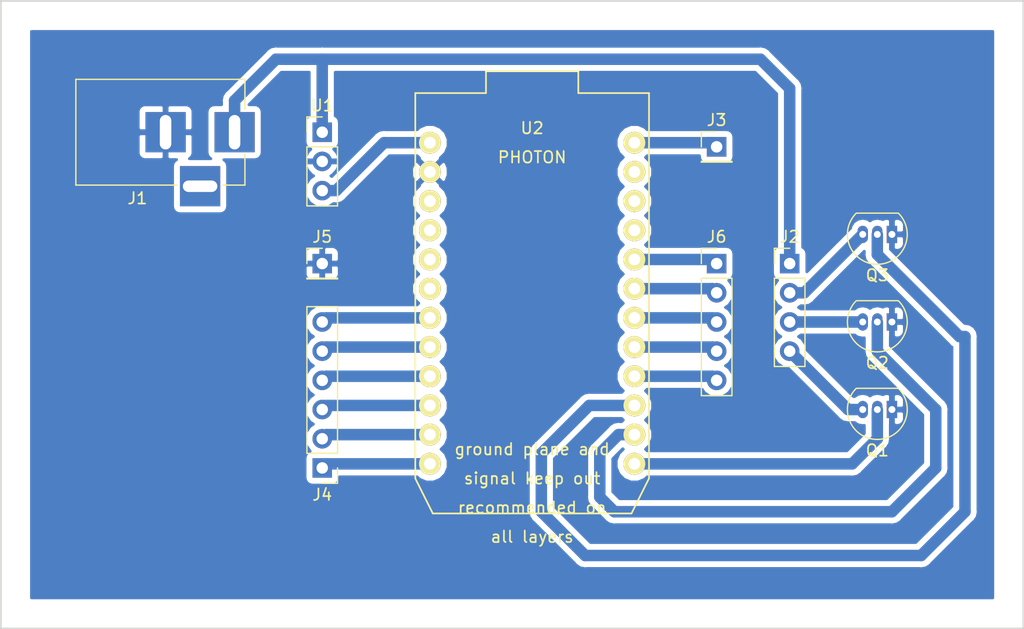
<source format=kicad_pcb>
(kicad_pcb (version 20171130) (host pcbnew "(5.0.2)-1")

  (general
    (thickness 1.6)
    (drawings 4)
    (tracks 63)
    (zones 0)
    (modules 11)
    (nets 28)
  )

  (page A4)
  (layers
    (0 F.Cu signal)
    (31 B.Cu signal)
    (32 B.Adhes user)
    (33 F.Adhes user)
    (34 B.Paste user)
    (35 F.Paste user)
    (36 B.SilkS user)
    (37 F.SilkS user)
    (38 B.Mask user)
    (39 F.Mask user)
    (40 Dwgs.User user)
    (41 Cmts.User user)
    (42 Eco1.User user)
    (43 Eco2.User user)
    (44 Edge.Cuts user)
    (45 Margin user)
    (46 B.CrtYd user)
    (47 F.CrtYd user)
    (48 B.Fab user)
    (49 F.Fab user)
  )

  (setup
    (last_trace_width 1)
    (trace_clearance 0.25)
    (zone_clearance 0.508)
    (zone_45_only no)
    (trace_min 0.7)
    (segment_width 0.2)
    (edge_width 0.15)
    (via_size 1)
    (via_drill 0.4)
    (via_min_size 1)
    (via_min_drill 0.4)
    (uvia_size 0.3)
    (uvia_drill 0.1)
    (uvias_allowed no)
    (uvia_min_size 0.2)
    (uvia_min_drill 0.1)
    (pcb_text_width 0.3)
    (pcb_text_size 1.5 1.5)
    (mod_edge_width 0.15)
    (mod_text_size 1 1)
    (mod_text_width 0.15)
    (pad_size 1.524 1.524)
    (pad_drill 0.762)
    (pad_to_mask_clearance 0.051)
    (solder_mask_min_width 0.25)
    (aux_axis_origin 0 0)
    (visible_elements 7FFFFFFF)
    (pcbplotparams
      (layerselection 0x010f0_ffffffff)
      (usegerberextensions false)
      (usegerberattributes false)
      (usegerberadvancedattributes false)
      (creategerberjobfile false)
      (excludeedgelayer true)
      (linewidth 0.100000)
      (plotframeref false)
      (viasonmask false)
      (mode 1)
      (useauxorigin false)
      (hpglpennumber 1)
      (hpglpenspeed 20)
      (hpglpendiameter 15.000000)
      (psnegative false)
      (psa4output false)
      (plotreference true)
      (plotvalue true)
      (plotinvisibletext false)
      (padsonsilk false)
      (subtractmaskfromsilk false)
      (outputformat 1)
      (mirror false)
      (drillshape 0)
      (scaleselection 1)
      (outputdirectory "MillFiles/"))
  )

  (net 0 "")
  (net 1 GND)
  (net 2 +12V)
  (net 3 BLUE)
  (net 4 RED)
  (net 5 GREEN)
  (net 6 3.3V)
  (net 7 A5)
  (net 8 A4)
  (net 9 A3)
  (net 10 A2)
  (net 11 A1)
  (net 12 A0)
  (net 13 D3)
  (net 14 D4)
  (net 15 D5)
  (net 16 D6)
  (net 17 D7)
  (net 18 "Net-(U1-Pad3)")
  (net 19 "Net-(U2-Pad3)")
  (net 20 "Net-(U2-Pad4)")
  (net 21 "Net-(U2-Pad5)")
  (net 22 "Net-(U2-Pad6)")
  (net 23 "Net-(U2-Pad23)")
  (net 24 "Net-(U2-Pad22)")
  (net 25 GREEN_CTRL)
  (net 26 RED_CTRL)
  (net 27 BLUE_CTRL)

  (net_class Default "This is the default net class."
    (clearance 0.25)
    (trace_width 1)
    (via_dia 1)
    (via_drill 0.4)
    (uvia_dia 0.3)
    (uvia_drill 0.1)
    (diff_pair_gap 1)
    (diff_pair_width 1)
    (add_net +12V)
    (add_net 3.3V)
    (add_net A0)
    (add_net A1)
    (add_net A2)
    (add_net A3)
    (add_net A4)
    (add_net A5)
    (add_net BLUE)
    (add_net BLUE_CTRL)
    (add_net D3)
    (add_net D4)
    (add_net D5)
    (add_net D6)
    (add_net D7)
    (add_net GND)
    (add_net GREEN)
    (add_net GREEN_CTRL)
    (add_net "Net-(U1-Pad3)")
    (add_net "Net-(U2-Pad22)")
    (add_net "Net-(U2-Pad23)")
    (add_net "Net-(U2-Pad3)")
    (add_net "Net-(U2-Pad4)")
    (add_net "Net-(U2-Pad5)")
    (add_net "Net-(U2-Pad6)")
    (add_net RED)
    (add_net RED_CTRL)
  )

  (module TO_SOT_Packages_THT:TO-92_Inline_Narrow_Oval (layer F.Cu) (tedit 58CE52AF) (tstamp 5CB02474)
    (at 165.1 80.01 180)
    (descr "TO-92 leads in-line, narrow, oval pads, drill 0.6mm (see NXP sot054_po.pdf)")
    (tags "to-92 sc-43 sc-43a sot54 PA33 transistor")
    (path /5CAFE36B)
    (fp_text reference Q3 (at 1.27 -3.56 180) (layer F.SilkS)
      (effects (font (size 1 1) (thickness 0.15)))
    )
    (fp_text value 2N3904 (at 1.27 2.79 180) (layer F.Fab)
      (effects (font (size 1 1) (thickness 0.15)))
    )
    (fp_arc (start 1.27 0) (end 1.27 -2.6) (angle 135) (layer F.SilkS) (width 0.12))
    (fp_arc (start 1.27 0) (end 1.27 -2.48) (angle -135) (layer F.Fab) (width 0.1))
    (fp_arc (start 1.27 0) (end 1.27 -2.6) (angle -135) (layer F.SilkS) (width 0.12))
    (fp_arc (start 1.27 0) (end 1.27 -2.48) (angle 135) (layer F.Fab) (width 0.1))
    (fp_line (start 4 2.01) (end -1.46 2.01) (layer F.CrtYd) (width 0.05))
    (fp_line (start 4 2.01) (end 4 -2.73) (layer F.CrtYd) (width 0.05))
    (fp_line (start -1.46 -2.73) (end -1.46 2.01) (layer F.CrtYd) (width 0.05))
    (fp_line (start -1.46 -2.73) (end 4 -2.73) (layer F.CrtYd) (width 0.05))
    (fp_line (start -0.5 1.75) (end 3 1.75) (layer F.Fab) (width 0.1))
    (fp_line (start -0.53 1.85) (end 3.07 1.85) (layer F.SilkS) (width 0.12))
    (fp_text user %R (at 1.27 -3.56 180) (layer F.Fab)
      (effects (font (size 1 1) (thickness 0.15)))
    )
    (pad 1 thru_hole rect (at 0 0) (size 0.9 1.5) (drill 0.6) (layers *.Cu *.Mask)
      (net 1 GND))
    (pad 3 thru_hole oval (at 2.54 0) (size 0.9 1.5) (drill 0.6) (layers *.Cu *.Mask)
      (net 5 GREEN))
    (pad 2 thru_hole oval (at 1.27 0) (size 0.9 1.5) (drill 0.6) (layers *.Cu *.Mask)
      (net 25 GREEN_CTRL))
    (model ${KISYS3DMOD}/TO_SOT_Packages_THT.3dshapes/TO-92_Inline_Narrow_Oval.wrl
      (offset (xyz 1.269999980926514 0 0))
      (scale (xyz 1 1 1))
      (rotate (xyz 0 0 -90))
    )
  )

  (module TO_SOT_Packages_THT:TO-92_Inline_Narrow_Oval (layer F.Cu) (tedit 58CE52AF) (tstamp 5CB02462)
    (at 165.1 87.63 180)
    (descr "TO-92 leads in-line, narrow, oval pads, drill 0.6mm (see NXP sot054_po.pdf)")
    (tags "to-92 sc-43 sc-43a sot54 PA33 transistor")
    (path /5CAFE3A3)
    (fp_text reference Q2 (at 1.27 -3.56 180) (layer F.SilkS)
      (effects (font (size 1 1) (thickness 0.15)))
    )
    (fp_text value 2N3904 (at 1.27 2.79 180) (layer F.Fab)
      (effects (font (size 1 1) (thickness 0.15)))
    )
    (fp_text user %R (at 1.27 -3.56 180) (layer F.Fab)
      (effects (font (size 1 1) (thickness 0.15)))
    )
    (fp_line (start -0.53 1.85) (end 3.07 1.85) (layer F.SilkS) (width 0.12))
    (fp_line (start -0.5 1.75) (end 3 1.75) (layer F.Fab) (width 0.1))
    (fp_line (start -1.46 -2.73) (end 4 -2.73) (layer F.CrtYd) (width 0.05))
    (fp_line (start -1.46 -2.73) (end -1.46 2.01) (layer F.CrtYd) (width 0.05))
    (fp_line (start 4 2.01) (end 4 -2.73) (layer F.CrtYd) (width 0.05))
    (fp_line (start 4 2.01) (end -1.46 2.01) (layer F.CrtYd) (width 0.05))
    (fp_arc (start 1.27 0) (end 1.27 -2.48) (angle 135) (layer F.Fab) (width 0.1))
    (fp_arc (start 1.27 0) (end 1.27 -2.6) (angle -135) (layer F.SilkS) (width 0.12))
    (fp_arc (start 1.27 0) (end 1.27 -2.48) (angle -135) (layer F.Fab) (width 0.1))
    (fp_arc (start 1.27 0) (end 1.27 -2.6) (angle 135) (layer F.SilkS) (width 0.12))
    (pad 2 thru_hole oval (at 1.27 0) (size 0.9 1.5) (drill 0.6) (layers *.Cu *.Mask)
      (net 26 RED_CTRL))
    (pad 3 thru_hole oval (at 2.54 0) (size 0.9 1.5) (drill 0.6) (layers *.Cu *.Mask)
      (net 4 RED))
    (pad 1 thru_hole rect (at 0 0) (size 0.9 1.5) (drill 0.6) (layers *.Cu *.Mask)
      (net 1 GND))
    (model ${KISYS3DMOD}/TO_SOT_Packages_THT.3dshapes/TO-92_Inline_Narrow_Oval.wrl
      (offset (xyz 1.269999980926514 0 0))
      (scale (xyz 1 1 1))
      (rotate (xyz 0 0 -90))
    )
  )

  (module TO_SOT_Packages_THT:TO-92_Inline_Narrow_Oval (layer F.Cu) (tedit 58CE52AF) (tstamp 5CB02450)
    (at 165.1 95.25 180)
    (descr "TO-92 leads in-line, narrow, oval pads, drill 0.6mm (see NXP sot054_po.pdf)")
    (tags "to-92 sc-43 sc-43a sot54 PA33 transistor")
    (path /5CAFE3D7)
    (fp_text reference Q1 (at 1.27 -3.56 180) (layer F.SilkS)
      (effects (font (size 1 1) (thickness 0.15)))
    )
    (fp_text value 2N3904 (at 1.27 2.79 270) (layer F.Fab)
      (effects (font (size 1 1) (thickness 0.15)))
    )
    (fp_arc (start 1.27 0) (end 1.27 -2.6) (angle 135) (layer F.SilkS) (width 0.12))
    (fp_arc (start 1.27 0) (end 1.27 -2.48) (angle -135) (layer F.Fab) (width 0.1))
    (fp_arc (start 1.27 0) (end 1.27 -2.6) (angle -135) (layer F.SilkS) (width 0.12))
    (fp_arc (start 1.27 0) (end 1.27 -2.48) (angle 135) (layer F.Fab) (width 0.1))
    (fp_line (start 4 2.01) (end -1.46 2.01) (layer F.CrtYd) (width 0.05))
    (fp_line (start 4 2.01) (end 4 -2.73) (layer F.CrtYd) (width 0.05))
    (fp_line (start -1.46 -2.73) (end -1.46 2.01) (layer F.CrtYd) (width 0.05))
    (fp_line (start -1.46 -2.73) (end 4 -2.73) (layer F.CrtYd) (width 0.05))
    (fp_line (start -0.5 1.75) (end 3 1.75) (layer F.Fab) (width 0.1))
    (fp_line (start -0.53 1.85) (end 3.07 1.85) (layer F.SilkS) (width 0.12))
    (fp_text user %R (at 1.27 -3.56 180) (layer F.Fab)
      (effects (font (size 1 1) (thickness 0.15)))
    )
    (pad 1 thru_hole rect (at 0 0) (size 0.9 1.5) (drill 0.6) (layers *.Cu *.Mask)
      (net 1 GND))
    (pad 3 thru_hole oval (at 2.54 0) (size 0.9 1.5) (drill 0.6) (layers *.Cu *.Mask)
      (net 3 BLUE))
    (pad 2 thru_hole oval (at 1.27 0) (size 0.9 1.5) (drill 0.6) (layers *.Cu *.Mask)
      (net 27 BLUE_CTRL))
    (model ${KISYS3DMOD}/TO_SOT_Packages_THT.3dshapes/TO-92_Inline_Narrow_Oval.wrl
      (offset (xyz 1.269999980926514 0 0))
      (scale (xyz 1 1 1))
      (rotate (xyz 0 0 -90))
    )
  )

  (module Connectors:BARREL_JACK (layer F.Cu) (tedit 5861378E) (tstamp 5CB023C9)
    (at 107.95 71.12)
    (descr "DC Barrel Jack")
    (tags "Power Jack")
    (path /5CAFE0CA)
    (fp_text reference J1 (at -8.45 5.75 180) (layer F.SilkS)
      (effects (font (size 1 1) (thickness 0.15)))
    )
    (fp_text value Barrel_Jack (at -6.2 -5.5) (layer F.Fab)
      (effects (font (size 1 1) (thickness 0.15)))
    )
    (fp_line (start 0.8 -4.5) (end -13.7 -4.5) (layer F.Fab) (width 0.1))
    (fp_line (start 0.8 4.5) (end 0.8 -4.5) (layer F.Fab) (width 0.1))
    (fp_line (start -13.7 4.5) (end 0.8 4.5) (layer F.Fab) (width 0.1))
    (fp_line (start -13.7 -4.5) (end -13.7 4.5) (layer F.Fab) (width 0.1))
    (fp_line (start -10.2 -4.5) (end -10.2 4.5) (layer F.Fab) (width 0.1))
    (fp_line (start 0.9 -4.6) (end 0.9 -2) (layer F.SilkS) (width 0.12))
    (fp_line (start -13.8 -4.6) (end 0.9 -4.6) (layer F.SilkS) (width 0.12))
    (fp_line (start 0.9 4.6) (end -1 4.6) (layer F.SilkS) (width 0.12))
    (fp_line (start 0.9 1.9) (end 0.9 4.6) (layer F.SilkS) (width 0.12))
    (fp_line (start -13.8 4.6) (end -13.8 -4.6) (layer F.SilkS) (width 0.12))
    (fp_line (start -5 4.6) (end -13.8 4.6) (layer F.SilkS) (width 0.12))
    (fp_line (start -14 4.75) (end -14 -4.75) (layer F.CrtYd) (width 0.05))
    (fp_line (start -5 4.75) (end -14 4.75) (layer F.CrtYd) (width 0.05))
    (fp_line (start -5 6.75) (end -5 4.75) (layer F.CrtYd) (width 0.05))
    (fp_line (start -1 6.75) (end -5 6.75) (layer F.CrtYd) (width 0.05))
    (fp_line (start -1 4.75) (end -1 6.75) (layer F.CrtYd) (width 0.05))
    (fp_line (start 1 4.75) (end -1 4.75) (layer F.CrtYd) (width 0.05))
    (fp_line (start 1 2) (end 1 4.75) (layer F.CrtYd) (width 0.05))
    (fp_line (start 2 2) (end 1 2) (layer F.CrtYd) (width 0.05))
    (fp_line (start 2 -2) (end 2 2) (layer F.CrtYd) (width 0.05))
    (fp_line (start 1 -2) (end 2 -2) (layer F.CrtYd) (width 0.05))
    (fp_line (start 1 -4.5) (end 1 -2) (layer F.CrtYd) (width 0.05))
    (fp_line (start 1 -4.75) (end -14 -4.75) (layer F.CrtYd) (width 0.05))
    (fp_line (start 1 -4.5) (end 1 -4.75) (layer F.CrtYd) (width 0.05))
    (pad 3 thru_hole rect (at -3 4.7) (size 3.5 3.5) (drill oval 3 1) (layers *.Cu *.Mask))
    (pad 2 thru_hole rect (at -6 0) (size 3.5 3.5) (drill oval 1 3) (layers *.Cu *.Mask)
      (net 1 GND))
    (pad 1 thru_hole rect (at 0 0) (size 3.5 3.5) (drill oval 1 3) (layers *.Cu *.Mask)
      (net 2 +12V))
  )

  (module Pin_Headers:Pin_Header_Straight_1x04_Pitch2.54mm (layer F.Cu) (tedit 59650532) (tstamp 5CB023E1)
    (at 156.21 82.55)
    (descr "Through hole straight pin header, 1x04, 2.54mm pitch, single row")
    (tags "Through hole pin header THT 1x04 2.54mm single row")
    (path /5CAFE1AA)
    (fp_text reference J2 (at 0 -2.33) (layer F.SilkS)
      (effects (font (size 1 1) (thickness 0.15)))
    )
    (fp_text value Conn_01x04_Female (at 0 9.95) (layer F.Fab)
      (effects (font (size 1 1) (thickness 0.15)))
    )
    (fp_text user %R (at 0 3.81 90) (layer F.Fab)
      (effects (font (size 1 1) (thickness 0.15)))
    )
    (fp_line (start 1.8 -1.8) (end -1.8 -1.8) (layer F.CrtYd) (width 0.05))
    (fp_line (start 1.8 9.4) (end 1.8 -1.8) (layer F.CrtYd) (width 0.05))
    (fp_line (start -1.8 9.4) (end 1.8 9.4) (layer F.CrtYd) (width 0.05))
    (fp_line (start -1.8 -1.8) (end -1.8 9.4) (layer F.CrtYd) (width 0.05))
    (fp_line (start -1.33 -1.33) (end 0 -1.33) (layer F.SilkS) (width 0.12))
    (fp_line (start -1.33 0) (end -1.33 -1.33) (layer F.SilkS) (width 0.12))
    (fp_line (start -1.33 1.27) (end 1.33 1.27) (layer F.SilkS) (width 0.12))
    (fp_line (start 1.33 1.27) (end 1.33 8.95) (layer F.SilkS) (width 0.12))
    (fp_line (start -1.33 1.27) (end -1.33 8.95) (layer F.SilkS) (width 0.12))
    (fp_line (start -1.33 8.95) (end 1.33 8.95) (layer F.SilkS) (width 0.12))
    (fp_line (start -1.27 -0.635) (end -0.635 -1.27) (layer F.Fab) (width 0.1))
    (fp_line (start -1.27 8.89) (end -1.27 -0.635) (layer F.Fab) (width 0.1))
    (fp_line (start 1.27 8.89) (end -1.27 8.89) (layer F.Fab) (width 0.1))
    (fp_line (start 1.27 -1.27) (end 1.27 8.89) (layer F.Fab) (width 0.1))
    (fp_line (start -0.635 -1.27) (end 1.27 -1.27) (layer F.Fab) (width 0.1))
    (pad 4 thru_hole oval (at 0 7.62) (size 1.7 1.7) (drill 1) (layers *.Cu *.Mask)
      (net 3 BLUE))
    (pad 3 thru_hole oval (at 0 5.08) (size 1.7 1.7) (drill 1) (layers *.Cu *.Mask)
      (net 4 RED))
    (pad 2 thru_hole oval (at 0 2.54) (size 1.7 1.7) (drill 1) (layers *.Cu *.Mask)
      (net 5 GREEN))
    (pad 1 thru_hole rect (at 0 0) (size 1.7 1.7) (drill 1) (layers *.Cu *.Mask)
      (net 2 +12V))
    (model ${KISYS3DMOD}/Pin_Headers.3dshapes/Pin_Header_Straight_1x04_Pitch2.54mm.wrl
      (at (xyz 0 0 0))
      (scale (xyz 1 1 1))
      (rotate (xyz 0 0 0))
    )
  )

  (module Pin_Headers:Pin_Header_Straight_1x01_Pitch2.54mm (layer F.Cu) (tedit 59650532) (tstamp 5CB023F6)
    (at 149.86 72.39)
    (descr "Through hole straight pin header, 1x01, 2.54mm pitch, single row")
    (tags "Through hole pin header THT 1x01 2.54mm single row")
    (path /5CAFE971)
    (fp_text reference J3 (at 0 -2.33) (layer F.SilkS)
      (effects (font (size 1 1) (thickness 0.15)))
    )
    (fp_text value Conn_01x01_Female (at 0 2.33) (layer F.Fab)
      (effects (font (size 1 1) (thickness 0.15)))
    )
    (fp_text user %R (at 0 0 90) (layer F.Fab)
      (effects (font (size 1 1) (thickness 0.15)))
    )
    (fp_line (start 1.8 -1.8) (end -1.8 -1.8) (layer F.CrtYd) (width 0.05))
    (fp_line (start 1.8 1.8) (end 1.8 -1.8) (layer F.CrtYd) (width 0.05))
    (fp_line (start -1.8 1.8) (end 1.8 1.8) (layer F.CrtYd) (width 0.05))
    (fp_line (start -1.8 -1.8) (end -1.8 1.8) (layer F.CrtYd) (width 0.05))
    (fp_line (start -1.33 -1.33) (end 0 -1.33) (layer F.SilkS) (width 0.12))
    (fp_line (start -1.33 0) (end -1.33 -1.33) (layer F.SilkS) (width 0.12))
    (fp_line (start -1.33 1.27) (end 1.33 1.27) (layer F.SilkS) (width 0.12))
    (fp_line (start 1.33 1.27) (end 1.33 1.33) (layer F.SilkS) (width 0.12))
    (fp_line (start -1.33 1.27) (end -1.33 1.33) (layer F.SilkS) (width 0.12))
    (fp_line (start -1.33 1.33) (end 1.33 1.33) (layer F.SilkS) (width 0.12))
    (fp_line (start -1.27 -0.635) (end -0.635 -1.27) (layer F.Fab) (width 0.1))
    (fp_line (start -1.27 1.27) (end -1.27 -0.635) (layer F.Fab) (width 0.1))
    (fp_line (start 1.27 1.27) (end -1.27 1.27) (layer F.Fab) (width 0.1))
    (fp_line (start 1.27 -1.27) (end 1.27 1.27) (layer F.Fab) (width 0.1))
    (fp_line (start -0.635 -1.27) (end 1.27 -1.27) (layer F.Fab) (width 0.1))
    (pad 1 thru_hole rect (at 0 0) (size 1.7 1.7) (drill 1) (layers *.Cu *.Mask)
      (net 6 3.3V))
    (model ${KISYS3DMOD}/Pin_Headers.3dshapes/Pin_Header_Straight_1x01_Pitch2.54mm.wrl
      (at (xyz 0 0 0))
      (scale (xyz 1 1 1))
      (rotate (xyz 0 0 0))
    )
  )

  (module Pin_Headers:Pin_Header_Straight_1x06_Pitch2.54mm (layer F.Cu) (tedit 59650532) (tstamp 5CB02410)
    (at 115.57 100.33 180)
    (descr "Through hole straight pin header, 1x06, 2.54mm pitch, single row")
    (tags "Through hole pin header THT 1x06 2.54mm single row")
    (path /5CAFE780)
    (fp_text reference J4 (at 0 -2.33 180) (layer F.SilkS)
      (effects (font (size 1 1) (thickness 0.15)))
    )
    (fp_text value Conn_01x06_Female (at 0 15.03 180) (layer F.Fab)
      (effects (font (size 1 1) (thickness 0.15)))
    )
    (fp_text user %R (at 0 6.35 270) (layer F.Fab)
      (effects (font (size 1 1) (thickness 0.15)))
    )
    (fp_line (start 1.8 -1.8) (end -1.8 -1.8) (layer F.CrtYd) (width 0.05))
    (fp_line (start 1.8 14.5) (end 1.8 -1.8) (layer F.CrtYd) (width 0.05))
    (fp_line (start -1.8 14.5) (end 1.8 14.5) (layer F.CrtYd) (width 0.05))
    (fp_line (start -1.8 -1.8) (end -1.8 14.5) (layer F.CrtYd) (width 0.05))
    (fp_line (start -1.33 -1.33) (end 0 -1.33) (layer F.SilkS) (width 0.12))
    (fp_line (start -1.33 0) (end -1.33 -1.33) (layer F.SilkS) (width 0.12))
    (fp_line (start -1.33 1.27) (end 1.33 1.27) (layer F.SilkS) (width 0.12))
    (fp_line (start 1.33 1.27) (end 1.33 14.03) (layer F.SilkS) (width 0.12))
    (fp_line (start -1.33 1.27) (end -1.33 14.03) (layer F.SilkS) (width 0.12))
    (fp_line (start -1.33 14.03) (end 1.33 14.03) (layer F.SilkS) (width 0.12))
    (fp_line (start -1.27 -0.635) (end -0.635 -1.27) (layer F.Fab) (width 0.1))
    (fp_line (start -1.27 13.97) (end -1.27 -0.635) (layer F.Fab) (width 0.1))
    (fp_line (start 1.27 13.97) (end -1.27 13.97) (layer F.Fab) (width 0.1))
    (fp_line (start 1.27 -1.27) (end 1.27 13.97) (layer F.Fab) (width 0.1))
    (fp_line (start -0.635 -1.27) (end 1.27 -1.27) (layer F.Fab) (width 0.1))
    (pad 6 thru_hole oval (at 0 12.7 180) (size 1.7 1.7) (drill 1) (layers *.Cu *.Mask)
      (net 7 A5))
    (pad 5 thru_hole oval (at 0 10.16 180) (size 1.7 1.7) (drill 1) (layers *.Cu *.Mask)
      (net 8 A4))
    (pad 4 thru_hole oval (at 0 7.62 180) (size 1.7 1.7) (drill 1) (layers *.Cu *.Mask)
      (net 9 A3))
    (pad 3 thru_hole oval (at 0 5.08 180) (size 1.7 1.7) (drill 1) (layers *.Cu *.Mask)
      (net 10 A2))
    (pad 2 thru_hole oval (at 0 2.54 180) (size 1.7 1.7) (drill 1) (layers *.Cu *.Mask)
      (net 11 A1))
    (pad 1 thru_hole rect (at 0 0 180) (size 1.7 1.7) (drill 1) (layers *.Cu *.Mask)
      (net 12 A0))
    (model ${KISYS3DMOD}/Pin_Headers.3dshapes/Pin_Header_Straight_1x06_Pitch2.54mm.wrl
      (at (xyz 0 0 0))
      (scale (xyz 1 1 1))
      (rotate (xyz 0 0 0))
    )
  )

  (module Pin_Headers:Pin_Header_Straight_1x01_Pitch2.54mm (layer F.Cu) (tedit 59650532) (tstamp 5CB02425)
    (at 115.57 82.55)
    (descr "Through hole straight pin header, 1x01, 2.54mm pitch, single row")
    (tags "Through hole pin header THT 1x01 2.54mm single row")
    (path /5CAFEED0)
    (fp_text reference J5 (at 0 -2.33) (layer F.SilkS)
      (effects (font (size 1 1) (thickness 0.15)))
    )
    (fp_text value Conn_01x01_Female (at 0 2.33) (layer F.Fab)
      (effects (font (size 1 1) (thickness 0.15)))
    )
    (fp_line (start -0.635 -1.27) (end 1.27 -1.27) (layer F.Fab) (width 0.1))
    (fp_line (start 1.27 -1.27) (end 1.27 1.27) (layer F.Fab) (width 0.1))
    (fp_line (start 1.27 1.27) (end -1.27 1.27) (layer F.Fab) (width 0.1))
    (fp_line (start -1.27 1.27) (end -1.27 -0.635) (layer F.Fab) (width 0.1))
    (fp_line (start -1.27 -0.635) (end -0.635 -1.27) (layer F.Fab) (width 0.1))
    (fp_line (start -1.33 1.33) (end 1.33 1.33) (layer F.SilkS) (width 0.12))
    (fp_line (start -1.33 1.27) (end -1.33 1.33) (layer F.SilkS) (width 0.12))
    (fp_line (start 1.33 1.27) (end 1.33 1.33) (layer F.SilkS) (width 0.12))
    (fp_line (start -1.33 1.27) (end 1.33 1.27) (layer F.SilkS) (width 0.12))
    (fp_line (start -1.33 0) (end -1.33 -1.33) (layer F.SilkS) (width 0.12))
    (fp_line (start -1.33 -1.33) (end 0 -1.33) (layer F.SilkS) (width 0.12))
    (fp_line (start -1.8 -1.8) (end -1.8 1.8) (layer F.CrtYd) (width 0.05))
    (fp_line (start -1.8 1.8) (end 1.8 1.8) (layer F.CrtYd) (width 0.05))
    (fp_line (start 1.8 1.8) (end 1.8 -1.8) (layer F.CrtYd) (width 0.05))
    (fp_line (start 1.8 -1.8) (end -1.8 -1.8) (layer F.CrtYd) (width 0.05))
    (fp_text user %R (at 0 0 90) (layer F.Fab)
      (effects (font (size 1 1) (thickness 0.15)))
    )
    (pad 1 thru_hole rect (at 0 0) (size 1.7 1.7) (drill 1) (layers *.Cu *.Mask)
      (net 1 GND))
    (model ${KISYS3DMOD}/Pin_Headers.3dshapes/Pin_Header_Straight_1x01_Pitch2.54mm.wrl
      (at (xyz 0 0 0))
      (scale (xyz 1 1 1))
      (rotate (xyz 0 0 0))
    )
  )

  (module Pin_Headers:Pin_Header_Straight_1x05_Pitch2.54mm (layer F.Cu) (tedit 59650532) (tstamp 5CB0243E)
    (at 149.86 82.55)
    (descr "Through hole straight pin header, 1x05, 2.54mm pitch, single row")
    (tags "Through hole pin header THT 1x05 2.54mm single row")
    (path /5CAFF05E)
    (fp_text reference J6 (at 0 -2.33) (layer F.SilkS)
      (effects (font (size 1 1) (thickness 0.15)))
    )
    (fp_text value Conn_01x05_Female (at 0 12.49) (layer F.Fab)
      (effects (font (size 1 1) (thickness 0.15)))
    )
    (fp_text user %R (at 0 5.08 90) (layer F.Fab)
      (effects (font (size 1 1) (thickness 0.15)))
    )
    (fp_line (start 1.8 -1.8) (end -1.8 -1.8) (layer F.CrtYd) (width 0.05))
    (fp_line (start 1.8 11.95) (end 1.8 -1.8) (layer F.CrtYd) (width 0.05))
    (fp_line (start -1.8 11.95) (end 1.8 11.95) (layer F.CrtYd) (width 0.05))
    (fp_line (start -1.8 -1.8) (end -1.8 11.95) (layer F.CrtYd) (width 0.05))
    (fp_line (start -1.33 -1.33) (end 0 -1.33) (layer F.SilkS) (width 0.12))
    (fp_line (start -1.33 0) (end -1.33 -1.33) (layer F.SilkS) (width 0.12))
    (fp_line (start -1.33 1.27) (end 1.33 1.27) (layer F.SilkS) (width 0.12))
    (fp_line (start 1.33 1.27) (end 1.33 11.49) (layer F.SilkS) (width 0.12))
    (fp_line (start -1.33 1.27) (end -1.33 11.49) (layer F.SilkS) (width 0.12))
    (fp_line (start -1.33 11.49) (end 1.33 11.49) (layer F.SilkS) (width 0.12))
    (fp_line (start -1.27 -0.635) (end -0.635 -1.27) (layer F.Fab) (width 0.1))
    (fp_line (start -1.27 11.43) (end -1.27 -0.635) (layer F.Fab) (width 0.1))
    (fp_line (start 1.27 11.43) (end -1.27 11.43) (layer F.Fab) (width 0.1))
    (fp_line (start 1.27 -1.27) (end 1.27 11.43) (layer F.Fab) (width 0.1))
    (fp_line (start -0.635 -1.27) (end 1.27 -1.27) (layer F.Fab) (width 0.1))
    (pad 5 thru_hole oval (at 0 10.16) (size 1.7 1.7) (drill 1) (layers *.Cu *.Mask)
      (net 13 D3))
    (pad 4 thru_hole oval (at 0 7.62) (size 1.7 1.7) (drill 1) (layers *.Cu *.Mask)
      (net 14 D4))
    (pad 3 thru_hole oval (at 0 5.08) (size 1.7 1.7) (drill 1) (layers *.Cu *.Mask)
      (net 15 D5))
    (pad 2 thru_hole oval (at 0 2.54) (size 1.7 1.7) (drill 1) (layers *.Cu *.Mask)
      (net 16 D6))
    (pad 1 thru_hole rect (at 0 0) (size 1.7 1.7) (drill 1) (layers *.Cu *.Mask)
      (net 17 D7))
    (model ${KISYS3DMOD}/Pin_Headers.3dshapes/Pin_Header_Straight_1x05_Pitch2.54mm.wrl
      (at (xyz 0 0 0))
      (scale (xyz 1 1 1))
      (rotate (xyz 0 0 0))
    )
  )

  (module Pin_Headers:Pin_Header_Straight_1x03_Pitch2.54mm (layer F.Cu) (tedit 59650532) (tstamp 5CB0248B)
    (at 115.57 71.12)
    (descr "Through hole straight pin header, 1x03, 2.54mm pitch, single row")
    (tags "Through hole pin header THT 1x03 2.54mm single row")
    (path /5CAFDEF4)
    (fp_text reference U1 (at 0 -2.33) (layer F.SilkS)
      (effects (font (size 1 1) (thickness 0.15)))
    )
    (fp_text value L7805 (at 0 7.41) (layer F.Fab)
      (effects (font (size 1 1) (thickness 0.15)))
    )
    (fp_text user %R (at 0 2.54 90) (layer F.Fab)
      (effects (font (size 1 1) (thickness 0.15)))
    )
    (fp_line (start 1.8 -1.8) (end -1.8 -1.8) (layer F.CrtYd) (width 0.05))
    (fp_line (start 1.8 6.85) (end 1.8 -1.8) (layer F.CrtYd) (width 0.05))
    (fp_line (start -1.8 6.85) (end 1.8 6.85) (layer F.CrtYd) (width 0.05))
    (fp_line (start -1.8 -1.8) (end -1.8 6.85) (layer F.CrtYd) (width 0.05))
    (fp_line (start -1.33 -1.33) (end 0 -1.33) (layer F.SilkS) (width 0.12))
    (fp_line (start -1.33 0) (end -1.33 -1.33) (layer F.SilkS) (width 0.12))
    (fp_line (start -1.33 1.27) (end 1.33 1.27) (layer F.SilkS) (width 0.12))
    (fp_line (start 1.33 1.27) (end 1.33 6.41) (layer F.SilkS) (width 0.12))
    (fp_line (start -1.33 1.27) (end -1.33 6.41) (layer F.SilkS) (width 0.12))
    (fp_line (start -1.33 6.41) (end 1.33 6.41) (layer F.SilkS) (width 0.12))
    (fp_line (start -1.27 -0.635) (end -0.635 -1.27) (layer F.Fab) (width 0.1))
    (fp_line (start -1.27 6.35) (end -1.27 -0.635) (layer F.Fab) (width 0.1))
    (fp_line (start 1.27 6.35) (end -1.27 6.35) (layer F.Fab) (width 0.1))
    (fp_line (start 1.27 -1.27) (end 1.27 6.35) (layer F.Fab) (width 0.1))
    (fp_line (start -0.635 -1.27) (end 1.27 -1.27) (layer F.Fab) (width 0.1))
    (pad 3 thru_hole oval (at 0 5.08) (size 1.7 1.7) (drill 1) (layers *.Cu *.Mask)
      (net 18 "Net-(U1-Pad3)"))
    (pad 2 thru_hole oval (at 0 2.54) (size 1.7 1.7) (drill 1) (layers *.Cu *.Mask)
      (net 1 GND))
    (pad 1 thru_hole rect (at 0 0) (size 1.7 1.7) (drill 1) (layers *.Cu *.Mask)
      (net 2 +12V))
    (model ${KISYS3DMOD}/Pin_Headers.3dshapes/Pin_Header_Straight_1x03_Pitch2.54mm.wrl
      (at (xyz 0 0 0))
      (scale (xyz 1 1 1))
      (rotate (xyz 0 0 0))
    )
  )

  (module particle-boards:PHOTON (layer F.Cu) (tedit 560E8B13) (tstamp 5CB024BA)
    (at 133.820002 87.273002)
    (path /5CAFDD88)
    (fp_text reference U2 (at 0 -16.51) (layer F.SilkS)
      (effects (font (size 1 1) (thickness 0.15)))
    )
    (fp_text value PHOTON (at 0 -13.97) (layer F.SilkS)
      (effects (font (size 1 1) (thickness 0.15)))
    )
    (fp_text user "all layers" (at 0 19.05) (layer F.SilkS)
      (effects (font (size 1 1) (thickness 0.15)))
    )
    (fp_text user "recommended on" (at 0 16.51) (layer F.SilkS)
      (effects (font (size 1 1) (thickness 0.15)))
    )
    (fp_text user "signal keep out" (at 0 13.97) (layer F.SilkS)
      (effects (font (size 1 1) (thickness 0.15)))
    )
    (fp_text user "ground plane and" (at 0 11.43) (layer F.SilkS)
      (effects (font (size 1 1) (thickness 0.15)))
    )
    (fp_line (start 6.35 21.59) (end 7.62 21.59) (layer Dwgs.User) (width 0.15))
    (fp_line (start 7.62 21.59) (end 7.62 8.89) (layer Dwgs.User) (width 0.15))
    (fp_line (start 7.62 8.89) (end -7.62 8.89) (layer Dwgs.User) (width 0.15))
    (fp_line (start 6.35 21.59) (end -7.62 21.59) (layer Dwgs.User) (width 0.15))
    (fp_line (start -7.62 21.59) (end -7.62 8.89) (layer Dwgs.User) (width 0.15))
    (fp_line (start 10.16 13.97) (end 8.636 17.018) (layer F.SilkS) (width 0.15))
    (fp_line (start -10.16 13.97) (end -8.636 17.018) (layer F.SilkS) (width 0.15))
    (fp_line (start -8.636 17.018) (end 8.636 17.018) (layer F.SilkS) (width 0.15))
    (fp_line (start 10.16 -19.558) (end 10.16 13.97) (layer F.SilkS) (width 0.15))
    (fp_line (start -10.16 -19.558) (end -10.16 13.97) (layer F.SilkS) (width 0.15))
    (fp_line (start 4.0132 -19.558) (end 10.16 -19.558) (layer F.SilkS) (width 0.15))
    (fp_line (start -4.0132 -19.558) (end -10.16 -19.558) (layer F.SilkS) (width 0.15))
    (fp_line (start -4.0132 -21.463) (end -4.0132 -19.558) (layer F.SilkS) (width 0.15))
    (fp_line (start 4.0132 -21.463) (end 4.0132 -19.558) (layer F.SilkS) (width 0.15))
    (fp_line (start -4.0132 -21.463) (end 4.0132 -21.463) (layer F.SilkS) (width 0.15))
    (pad 1 thru_hole circle (at -8.89 -15.24) (size 1.9 1.9) (drill 1.02) (layers *.Cu *.Mask F.SilkS)
      (net 18 "Net-(U1-Pad3)"))
    (pad 2 thru_hole circle (at -8.89 -12.7) (size 1.9 1.9) (drill 1.02) (layers *.Cu *.Mask F.SilkS)
      (net 1 GND))
    (pad 3 thru_hole circle (at -8.89 -10.16) (size 1.9 1.9) (drill 1.02) (layers *.Cu *.Mask F.SilkS)
      (net 19 "Net-(U2-Pad3)"))
    (pad 4 thru_hole circle (at -8.89 -7.62) (size 1.9 1.9) (drill 1.02) (layers *.Cu *.Mask F.SilkS)
      (net 20 "Net-(U2-Pad4)"))
    (pad 5 thru_hole circle (at -8.89 -5.08) (size 1.9 1.9) (drill 1.02) (layers *.Cu *.Mask F.SilkS)
      (net 21 "Net-(U2-Pad5)"))
    (pad 6 thru_hole circle (at -8.89 -2.54) (size 1.9 1.9) (drill 1.02) (layers *.Cu *.Mask F.SilkS)
      (net 22 "Net-(U2-Pad6)"))
    (pad 7 thru_hole circle (at -8.89 0) (size 1.9 1.9) (drill 1.02) (layers *.Cu *.Mask F.SilkS)
      (net 7 A5))
    (pad 8 thru_hole circle (at -8.89 2.54) (size 1.9 1.9) (drill 1.02) (layers *.Cu *.Mask F.SilkS)
      (net 8 A4))
    (pad 9 thru_hole circle (at -8.89 5.08) (size 1.9 1.9) (drill 1.02) (layers *.Cu *.Mask F.SilkS)
      (net 9 A3))
    (pad 10 thru_hole circle (at -8.89 7.62) (size 1.9 1.9) (drill 1.02) (layers *.Cu *.Mask F.SilkS)
      (net 10 A2))
    (pad 11 thru_hole circle (at -8.89 10.16) (size 1.9 1.9) (drill 1.02) (layers *.Cu *.Mask F.SilkS)
      (net 11 A1))
    (pad 12 thru_hole circle (at -8.89 12.7) (size 1.9 1.9) (drill 1.02) (layers *.Cu *.Mask F.SilkS)
      (net 12 A0))
    (pad 24 thru_hole circle (at 8.89 -15.24) (size 1.9 1.9) (drill 1.02) (layers *.Cu *.Mask F.SilkS)
      (net 6 3.3V))
    (pad 23 thru_hole circle (at 8.89 -12.7) (size 1.9 1.9) (drill 1.02) (layers *.Cu *.Mask F.SilkS)
      (net 23 "Net-(U2-Pad23)"))
    (pad 22 thru_hole circle (at 8.89 -10.16) (size 1.9 1.9) (drill 1.02) (layers *.Cu *.Mask F.SilkS)
      (net 24 "Net-(U2-Pad22)"))
    (pad 21 thru_hole circle (at 8.89 -7.62) (size 1.9 1.9) (drill 1.02) (layers *.Cu *.Mask F.SilkS))
    (pad 20 thru_hole circle (at 8.89 -5.08) (size 1.9 1.9) (drill 1.02) (layers *.Cu *.Mask F.SilkS)
      (net 17 D7))
    (pad 19 thru_hole circle (at 8.89 -2.54) (size 1.9 1.9) (drill 1.02) (layers *.Cu *.Mask F.SilkS)
      (net 16 D6))
    (pad 18 thru_hole circle (at 8.89 0) (size 1.9 1.9) (drill 1.02) (layers *.Cu *.Mask F.SilkS)
      (net 15 D5))
    (pad 17 thru_hole circle (at 8.89 2.54) (size 1.9 1.9) (drill 1.02) (layers *.Cu *.Mask F.SilkS)
      (net 14 D4))
    (pad 16 thru_hole circle (at 8.89 5.08) (size 1.9 1.9) (drill 1.02) (layers *.Cu *.Mask F.SilkS)
      (net 13 D3))
    (pad 15 thru_hole circle (at 8.89 7.62) (size 1.9 1.9) (drill 1.02) (layers *.Cu *.Mask F.SilkS)
      (net 25 GREEN_CTRL))
    (pad 14 thru_hole circle (at 8.89 10.16) (size 1.9 1.9) (drill 1.02) (layers *.Cu *.Mask F.SilkS)
      (net 26 RED_CTRL))
    (pad 13 thru_hole circle (at 8.89 12.7) (size 1.9 1.9) (drill 1.02) (layers *.Cu *.Mask F.SilkS)
      (net 27 BLUE_CTRL))
  )

  (gr_line (start 87.63 114.3) (end 87.63 59.69) (layer Edge.Cuts) (width 0.15))
  (gr_line (start 176.53 114.3) (end 87.63 114.3) (layer Edge.Cuts) (width 0.15))
  (gr_line (start 176.53 59.69) (end 176.53 114.3) (layer Edge.Cuts) (width 0.15))
  (gr_line (start 87.63 59.69) (end 176.53 59.69) (layer Edge.Cuts) (width 0.15))

  (segment (start 107.95 71.12) (end 107.95 68.37) (width 1) (layer B.Cu) (net 2))
  (segment (start 107.95 68.37) (end 111.55 64.77) (width 1) (layer B.Cu) (net 2))
  (segment (start 115.57 71.12) (end 115.57 64.77) (width 1) (layer B.Cu) (net 2))
  (segment (start 111.55 64.77) (end 115.57 64.77) (width 1) (layer B.Cu) (net 2))
  (segment (start 156.21 67.31) (end 156.21 82.55) (width 1) (layer B.Cu) (net 2))
  (segment (start 115.57 64.77) (end 153.67 64.77) (width 1) (layer B.Cu) (net 2))
  (segment (start 153.67 64.77) (end 156.21 67.31) (width 1) (layer B.Cu) (net 2))
  (segment (start 161.29 95.25) (end 162.37999 95.25) (width 1) (layer B.Cu) (net 3))
  (segment (start 156.21 90.17) (end 161.29 95.25) (width 1) (layer B.Cu) (net 3))
  (segment (start 156.21 87.63) (end 162.37999 87.63) (width 1) (layer B.Cu) (net 4))
  (segment (start 157.48 85.09) (end 162.37999 80.19001) (width 1) (layer B.Cu) (net 5))
  (segment (start 156.21 85.09) (end 157.48 85.09) (width 1) (layer B.Cu) (net 5))
  (segment (start 149.503002 72.033002) (end 149.86 72.39) (width 1) (layer B.Cu) (net 6))
  (segment (start 142.710002 72.033002) (end 149.503002 72.033002) (width 1) (layer B.Cu) (net 6))
  (segment (start 115.926998 87.273002) (end 115.57 87.63) (width 1) (layer B.Cu) (net 7))
  (segment (start 124.930002 87.273002) (end 115.926998 87.273002) (width 1) (layer B.Cu) (net 7))
  (segment (start 115.926998 89.813002) (end 115.57 90.17) (width 1) (layer B.Cu) (net 8))
  (segment (start 124.930002 89.813002) (end 115.926998 89.813002) (width 1) (layer B.Cu) (net 8))
  (segment (start 115.926998 92.353002) (end 115.57 92.71) (width 1) (layer B.Cu) (net 9))
  (segment (start 124.930002 92.353002) (end 115.926998 92.353002) (width 1) (layer B.Cu) (net 9))
  (segment (start 115.926998 94.893002) (end 115.57 95.25) (width 1) (layer B.Cu) (net 10))
  (segment (start 124.930002 94.893002) (end 115.926998 94.893002) (width 1) (layer B.Cu) (net 10))
  (segment (start 115.926998 97.433002) (end 115.57 97.79) (width 1) (layer B.Cu) (net 11))
  (segment (start 124.930002 97.433002) (end 115.926998 97.433002) (width 1) (layer B.Cu) (net 11))
  (segment (start 115.926998 99.973002) (end 115.57 100.33) (width 1) (layer B.Cu) (net 12))
  (segment (start 124.930002 99.973002) (end 115.926998 99.973002) (width 1) (layer B.Cu) (net 12))
  (segment (start 149.503002 92.353002) (end 149.86 92.71) (width 1) (layer B.Cu) (net 13))
  (segment (start 142.710002 92.353002) (end 149.503002 92.353002) (width 1) (layer B.Cu) (net 13))
  (segment (start 149.503002 89.813002) (end 149.86 90.17) (width 1) (layer B.Cu) (net 14))
  (segment (start 142.710002 89.813002) (end 149.503002 89.813002) (width 1) (layer B.Cu) (net 14))
  (segment (start 149.503002 87.273002) (end 149.86 87.63) (width 1) (layer B.Cu) (net 15))
  (segment (start 142.710002 87.273002) (end 149.503002 87.273002) (width 1) (layer B.Cu) (net 15))
  (segment (start 149.503002 84.733002) (end 149.86 85.09) (width 1) (layer B.Cu) (net 16))
  (segment (start 142.710002 84.733002) (end 149.503002 84.733002) (width 1) (layer B.Cu) (net 16))
  (segment (start 149.503002 82.193002) (end 149.86 82.55) (width 1) (layer B.Cu) (net 17))
  (segment (start 142.710002 82.193002) (end 149.503002 82.193002) (width 1) (layer B.Cu) (net 17))
  (segment (start 123.5865 72.033002) (end 124.930002 72.033002) (width 1) (layer B.Cu) (net 18))
  (segment (start 120.939079 72.033002) (end 123.5865 72.033002) (width 1) (layer B.Cu) (net 18))
  (segment (start 116.772081 76.2) (end 120.939079 72.033002) (width 1) (layer B.Cu) (net 18))
  (segment (start 115.57 76.2) (end 116.772081 76.2) (width 1) (layer B.Cu) (net 18))
  (segment (start 142.710002 94.893002) (end 138.786998 94.893002) (width 1) (layer B.Cu) (net 25))
  (segment (start 138.786998 94.893002) (end 134.62 99.06) (width 1) (layer B.Cu) (net 25))
  (segment (start 134.62 99.06) (end 134.62 104.14) (width 1) (layer B.Cu) (net 25))
  (segment (start 134.62 104.14) (end 138.43 107.95) (width 1) (layer B.Cu) (net 25))
  (segment (start 138.43 107.95) (end 167.64 107.95) (width 1) (layer B.Cu) (net 25))
  (segment (start 167.64 107.95) (end 171.45 104.14) (width 1) (layer B.Cu) (net 25))
  (segment (start 171.45 104.14) (end 171.45 88.9) (width 1) (layer B.Cu) (net 25))
  (segment (start 163.83 81.76) (end 163.83 80.01) (width 1) (layer B.Cu) (net 25))
  (segment (start 170.97 88.9) (end 163.83 81.76) (width 1) (layer B.Cu) (net 25))
  (segment (start 171.45 88.9) (end 170.97 88.9) (width 1) (layer B.Cu) (net 25))
  (segment (start 142.710002 97.433002) (end 141.326998 97.433002) (width 1) (layer B.Cu) (net 26))
  (segment (start 141.326998 97.433002) (end 139.7 99.06) (width 1) (layer B.Cu) (net 26))
  (segment (start 139.7 99.06) (end 139.7 99.479002) (width 1) (layer B.Cu) (net 26))
  (segment (start 139.7 99.479002) (end 139.7 102.87) (width 1) (layer B.Cu) (net 26))
  (segment (start 139.7 102.87) (end 140.97 104.14) (width 1) (layer B.Cu) (net 26))
  (segment (start 140.97 104.14) (end 165.1 104.14) (width 1) (layer B.Cu) (net 26))
  (segment (start 165.1 104.14) (end 168.91 100.33) (width 1) (layer B.Cu) (net 26))
  (segment (start 168.91 100.33) (end 168.91 95.25) (width 1) (layer B.Cu) (net 26))
  (segment (start 168.91 95.25) (end 163.83 90.17) (width 1) (layer B.Cu) (net 26))
  (segment (start 163.83 90.17) (end 163.83 87.63) (width 1) (layer B.Cu) (net 26))
  (segment (start 142.710002 99.973002) (end 161.646998 99.973002) (width 1) (layer B.Cu) (net 27))
  (segment (start 163.83 97.79) (end 163.83 95.25) (width 1) (layer B.Cu) (net 27))
  (segment (start 161.646998 99.973002) (end 163.83 97.79) (width 1) (layer B.Cu) (net 27))

  (zone (net 1) (net_name GND) (layer B.Cu) (tstamp 5CC7D18C) (hatch edge 0.508)
    (connect_pads (clearance 0.508))
    (min_thickness 0.254)
    (fill yes (arc_segments 16) (thermal_gap 0.508) (thermal_bridge_width 0.508))
    (polygon
      (pts
        (xy 90.17 62.23) (xy 173.99 62.23) (xy 173.99 111.76) (xy 90.17 111.76)
      )
    )
    (filled_polygon
      (pts
        (xy 173.863 111.633) (xy 90.297 111.633) (xy 90.297 87.63) (xy 114.055908 87.63) (xy 114.171161 88.209418)
        (xy 114.499375 88.700625) (xy 114.797761 88.9) (xy 114.499375 89.099375) (xy 114.171161 89.590582) (xy 114.055908 90.17)
        (xy 114.171161 90.749418) (xy 114.499375 91.240625) (xy 114.797761 91.44) (xy 114.499375 91.639375) (xy 114.171161 92.130582)
        (xy 114.055908 92.71) (xy 114.171161 93.289418) (xy 114.499375 93.780625) (xy 114.797761 93.98) (xy 114.499375 94.179375)
        (xy 114.171161 94.670582) (xy 114.055908 95.25) (xy 114.171161 95.829418) (xy 114.499375 96.320625) (xy 114.797761 96.52)
        (xy 114.499375 96.719375) (xy 114.171161 97.210582) (xy 114.055908 97.79) (xy 114.171161 98.369418) (xy 114.499375 98.860625)
        (xy 114.517619 98.872816) (xy 114.472235 98.881843) (xy 114.262191 99.022191) (xy 114.121843 99.232235) (xy 114.07256 99.48)
        (xy 114.07256 101.18) (xy 114.121843 101.427765) (xy 114.262191 101.637809) (xy 114.472235 101.778157) (xy 114.72 101.82744)
        (xy 116.42 101.82744) (xy 116.667765 101.778157) (xy 116.877809 101.637809) (xy 117.018157 101.427765) (xy 117.06744 101.18)
        (xy 117.06744 101.108002) (xy 123.823474 101.108002) (xy 124.032172 101.3167) (xy 124.614726 101.558002) (xy 125.245278 101.558002)
        (xy 125.827832 101.3167) (xy 126.2737 100.870832) (xy 126.515002 100.288278) (xy 126.515002 99.657726) (xy 126.2737 99.075172)
        (xy 125.90153 98.703002) (xy 126.2737 98.330832) (xy 126.515002 97.748278) (xy 126.515002 97.117726) (xy 126.2737 96.535172)
        (xy 125.90153 96.163002) (xy 126.2737 95.790832) (xy 126.515002 95.208278) (xy 126.515002 94.577726) (xy 126.2737 93.995172)
        (xy 125.90153 93.623002) (xy 126.2737 93.250832) (xy 126.515002 92.668278) (xy 126.515002 92.037726) (xy 126.2737 91.455172)
        (xy 125.90153 91.083002) (xy 126.2737 90.710832) (xy 126.515002 90.128278) (xy 126.515002 89.497726) (xy 126.2737 88.915172)
        (xy 125.90153 88.543002) (xy 126.2737 88.170832) (xy 126.515002 87.588278) (xy 126.515002 86.957726) (xy 126.2737 86.375172)
        (xy 125.90153 86.003002) (xy 126.2737 85.630832) (xy 126.515002 85.048278) (xy 126.515002 84.417726) (xy 126.2737 83.835172)
        (xy 125.90153 83.463002) (xy 126.2737 83.090832) (xy 126.515002 82.508278) (xy 126.515002 81.877726) (xy 126.2737 81.295172)
        (xy 125.90153 80.923002) (xy 126.2737 80.550832) (xy 126.515002 79.968278) (xy 126.515002 79.337726) (xy 126.2737 78.755172)
        (xy 125.90153 78.383002) (xy 126.2737 78.010832) (xy 126.515002 77.428278) (xy 126.515002 76.797726) (xy 126.2737 76.215172)
        (xy 125.835693 75.777165) (xy 125.866747 75.689352) (xy 124.930002 74.752607) (xy 123.993257 75.689352) (xy 124.024311 75.777165)
        (xy 123.586304 76.215172) (xy 123.345002 76.797726) (xy 123.345002 77.428278) (xy 123.586304 78.010832) (xy 123.958474 78.383002)
        (xy 123.586304 78.755172) (xy 123.345002 79.337726) (xy 123.345002 79.968278) (xy 123.586304 80.550832) (xy 123.958474 80.923002)
        (xy 123.586304 81.295172) (xy 123.345002 81.877726) (xy 123.345002 82.508278) (xy 123.586304 83.090832) (xy 123.958474 83.463002)
        (xy 123.586304 83.835172) (xy 123.345002 84.417726) (xy 123.345002 85.048278) (xy 123.586304 85.630832) (xy 123.958474 86.003002)
        (xy 123.823474 86.138002) (xy 116.038779 86.138002) (xy 115.926997 86.115767) (xy 115.815215 86.138002) (xy 115.748145 86.151343)
        (xy 115.716256 86.145) (xy 115.423744 86.145) (xy 114.990582 86.231161) (xy 114.499375 86.559375) (xy 114.171161 87.050582)
        (xy 114.055908 87.63) (xy 90.297 87.63) (xy 90.297 82.83575) (xy 114.085 82.83575) (xy 114.085 83.52631)
        (xy 114.181673 83.759699) (xy 114.360302 83.938327) (xy 114.593691 84.035) (xy 115.28425 84.035) (xy 115.443 83.87625)
        (xy 115.443 82.677) (xy 115.697 82.677) (xy 115.697 83.87625) (xy 115.85575 84.035) (xy 116.546309 84.035)
        (xy 116.779698 83.938327) (xy 116.958327 83.759699) (xy 117.055 83.52631) (xy 117.055 82.83575) (xy 116.89625 82.677)
        (xy 115.697 82.677) (xy 115.443 82.677) (xy 114.24375 82.677) (xy 114.085 82.83575) (xy 90.297 82.83575)
        (xy 90.297 81.57369) (xy 114.085 81.57369) (xy 114.085 82.26425) (xy 114.24375 82.423) (xy 115.443 82.423)
        (xy 115.443 81.22375) (xy 115.697 81.22375) (xy 115.697 82.423) (xy 116.89625 82.423) (xy 117.055 82.26425)
        (xy 117.055 81.57369) (xy 116.958327 81.340301) (xy 116.779698 81.161673) (xy 116.546309 81.065) (xy 115.85575 81.065)
        (xy 115.697 81.22375) (xy 115.443 81.22375) (xy 115.28425 81.065) (xy 114.593691 81.065) (xy 114.360302 81.161673)
        (xy 114.181673 81.340301) (xy 114.085 81.57369) (xy 90.297 81.57369) (xy 90.297 71.40575) (xy 99.565 71.40575)
        (xy 99.565 72.99631) (xy 99.661673 73.229699) (xy 99.840302 73.408327) (xy 100.073691 73.505) (xy 101.66425 73.505)
        (xy 101.823 73.34625) (xy 101.823 71.247) (xy 102.077 71.247) (xy 102.077 73.34625) (xy 102.23575 73.505)
        (xy 102.902612 73.505) (xy 102.742191 73.612191) (xy 102.601843 73.822235) (xy 102.55256 74.07) (xy 102.55256 77.57)
        (xy 102.601843 77.817765) (xy 102.742191 78.027809) (xy 102.952235 78.168157) (xy 103.2 78.21744) (xy 106.7 78.21744)
        (xy 106.947765 78.168157) (xy 107.157809 78.027809) (xy 107.298157 77.817765) (xy 107.34744 77.57) (xy 107.34744 76.2)
        (xy 114.055908 76.2) (xy 114.171161 76.779418) (xy 114.499375 77.270625) (xy 114.990582 77.598839) (xy 115.423744 77.685)
        (xy 115.716256 77.685) (xy 116.149418 77.598839) (xy 116.544281 77.335) (xy 116.660298 77.335) (xy 116.772081 77.357235)
        (xy 116.883864 77.335) (xy 117.214936 77.269146) (xy 117.59037 77.018289) (xy 117.653694 76.923518) (xy 120.256812 74.3204)
        (xy 123.333814 74.3204) (xy 123.35865 74.950463) (xy 123.551983 75.41721) (xy 123.813652 75.509747) (xy 124.750397 74.573002)
        (xy 125.109607 74.573002) (xy 126.046352 75.509747) (xy 126.308021 75.41721) (xy 126.52619 74.825604) (xy 126.501354 74.195541)
        (xy 126.308021 73.728794) (xy 126.046352 73.636257) (xy 125.109607 74.573002) (xy 124.750397 74.573002) (xy 123.813652 73.636257)
        (xy 123.551983 73.728794) (xy 123.333814 74.3204) (xy 120.256812 74.3204) (xy 121.409211 73.168002) (xy 123.823474 73.168002)
        (xy 124.024311 73.368839) (xy 123.993257 73.456652) (xy 124.930002 74.393397) (xy 125.866747 73.456652) (xy 125.835693 73.368839)
        (xy 126.2737 72.930832) (xy 126.515002 72.348278) (xy 126.515002 71.717726) (xy 126.2737 71.135172) (xy 125.827832 70.689304)
        (xy 125.245278 70.448002) (xy 124.614726 70.448002) (xy 124.032172 70.689304) (xy 123.823474 70.898002) (xy 121.050861 70.898002)
        (xy 120.939078 70.875767) (xy 120.606891 70.941843) (xy 120.496224 70.963856) (xy 120.12079 71.214713) (xy 120.057468 71.309481)
        (xy 116.399014 74.967936) (xy 116.321522 74.916157) (xy 116.451358 74.855183) (xy 116.841645 74.426924) (xy 117.011476 74.01689)
        (xy 116.890155 73.787) (xy 115.697 73.787) (xy 115.697 73.807) (xy 115.443 73.807) (xy 115.443 73.787)
        (xy 114.249845 73.787) (xy 114.128524 74.01689) (xy 114.298355 74.426924) (xy 114.688642 74.855183) (xy 114.818478 74.916157)
        (xy 114.499375 75.129375) (xy 114.171161 75.620582) (xy 114.055908 76.2) (xy 107.34744 76.2) (xy 107.34744 74.07)
        (xy 107.298157 73.822235) (xy 107.157809 73.612191) (xy 107.016005 73.51744) (xy 109.7 73.51744) (xy 109.947765 73.468157)
        (xy 110.157809 73.327809) (xy 110.298157 73.117765) (xy 110.34744 72.87) (xy 110.34744 69.37) (xy 110.298157 69.122235)
        (xy 110.157809 68.912191) (xy 109.947765 68.771843) (xy 109.7 68.72256) (xy 109.202571 68.72256) (xy 112.020132 65.905)
        (xy 114.435001 65.905) (xy 114.435 69.696723) (xy 114.262191 69.812191) (xy 114.121843 70.022235) (xy 114.07256 70.27)
        (xy 114.07256 71.97) (xy 114.121843 72.217765) (xy 114.262191 72.427809) (xy 114.472235 72.568157) (xy 114.575708 72.588739)
        (xy 114.298355 72.893076) (xy 114.128524 73.30311) (xy 114.249845 73.533) (xy 115.443 73.533) (xy 115.443 73.513)
        (xy 115.697 73.513) (xy 115.697 73.533) (xy 116.890155 73.533) (xy 117.011476 73.30311) (xy 116.841645 72.893076)
        (xy 116.564292 72.588739) (xy 116.667765 72.568157) (xy 116.877809 72.427809) (xy 117.018157 72.217765) (xy 117.06744 71.97)
        (xy 117.06744 70.27) (xy 117.018157 70.022235) (xy 116.877809 69.812191) (xy 116.705 69.696723) (xy 116.705 65.905)
        (xy 153.199869 65.905) (xy 155.075 67.780132) (xy 155.075001 81.126722) (xy 154.902191 81.242191) (xy 154.761843 81.452235)
        (xy 154.71256 81.7) (xy 154.71256 83.4) (xy 154.761843 83.647765) (xy 154.902191 83.857809) (xy 155.112235 83.998157)
        (xy 155.157619 84.007184) (xy 155.139375 84.019375) (xy 154.811161 84.510582) (xy 154.695908 85.09) (xy 154.811161 85.669418)
        (xy 155.139375 86.160625) (xy 155.437761 86.36) (xy 155.139375 86.559375) (xy 154.811161 87.050582) (xy 154.695908 87.63)
        (xy 154.811161 88.209418) (xy 155.139375 88.700625) (xy 155.437761 88.9) (xy 155.139375 89.099375) (xy 154.811161 89.590582)
        (xy 154.695908 90.17) (xy 154.811161 90.749418) (xy 155.139375 91.240625) (xy 155.630582 91.568839) (xy 156.063744 91.655)
        (xy 156.089869 91.655) (xy 160.408389 95.973521) (xy 160.471711 96.068289) (xy 160.723756 96.2367) (xy 160.847145 96.319146)
        (xy 161.29 96.407235) (xy 161.401783 96.385) (xy 161.856719 96.385) (xy 162.136655 96.572047) (xy 162.56 96.656256)
        (xy 162.695 96.629403) (xy 162.695 97.319868) (xy 161.176867 98.838002) (xy 143.81653 98.838002) (xy 143.68153 98.703002)
        (xy 144.0537 98.330832) (xy 144.295002 97.748278) (xy 144.295002 97.117726) (xy 144.0537 96.535172) (xy 143.68153 96.163002)
        (xy 144.0537 95.790832) (xy 144.295002 95.208278) (xy 144.295002 94.577726) (xy 144.0537 93.995172) (xy 143.68153 93.623002)
        (xy 143.81653 93.488002) (xy 148.593851 93.488002) (xy 148.789375 93.780625) (xy 149.280582 94.108839) (xy 149.713744 94.195)
        (xy 150.006256 94.195) (xy 150.439418 94.108839) (xy 150.930625 93.780625) (xy 151.258839 93.289418) (xy 151.374092 92.71)
        (xy 151.258839 92.130582) (xy 150.930625 91.639375) (xy 150.632239 91.44) (xy 150.930625 91.240625) (xy 151.258839 90.749418)
        (xy 151.374092 90.17) (xy 151.258839 89.590582) (xy 150.930625 89.099375) (xy 150.632239 88.9) (xy 150.930625 88.700625)
        (xy 151.258839 88.209418) (xy 151.374092 87.63) (xy 151.258839 87.050582) (xy 150.930625 86.559375) (xy 150.632239 86.36)
        (xy 150.930625 86.160625) (xy 151.258839 85.669418) (xy 151.374092 85.09) (xy 151.258839 84.510582) (xy 150.930625 84.019375)
        (xy 150.912381 84.007184) (xy 150.957765 83.998157) (xy 151.167809 83.857809) (xy 151.308157 83.647765) (xy 151.35744 83.4)
        (xy 151.35744 81.7) (xy 151.308157 81.452235) (xy 151.167809 81.242191) (xy 150.957765 81.101843) (xy 150.71 81.05256)
        (xy 149.587426 81.05256) (xy 149.503002 81.035767) (xy 149.418578 81.05256) (xy 149.01 81.05256) (xy 148.982641 81.058002)
        (xy 143.81653 81.058002) (xy 143.68153 80.923002) (xy 144.0537 80.550832) (xy 144.295002 79.968278) (xy 144.295002 79.337726)
        (xy 144.0537 78.755172) (xy 143.68153 78.383002) (xy 144.0537 78.010832) (xy 144.295002 77.428278) (xy 144.295002 76.797726)
        (xy 144.0537 76.215172) (xy 143.68153 75.843002) (xy 144.0537 75.470832) (xy 144.295002 74.888278) (xy 144.295002 74.257726)
        (xy 144.0537 73.675172) (xy 143.68153 73.303002) (xy 143.81653 73.168002) (xy 148.36256 73.168002) (xy 148.36256 73.24)
        (xy 148.411843 73.487765) (xy 148.552191 73.697809) (xy 148.762235 73.838157) (xy 149.01 73.88744) (xy 150.71 73.88744)
        (xy 150.957765 73.838157) (xy 151.167809 73.697809) (xy 151.308157 73.487765) (xy 151.35744 73.24) (xy 151.35744 71.54)
        (xy 151.308157 71.292235) (xy 151.167809 71.082191) (xy 150.957765 70.941843) (xy 150.71 70.89256) (xy 149.587426 70.89256)
        (xy 149.503002 70.875767) (xy 149.418578 70.89256) (xy 149.01 70.89256) (xy 148.982641 70.898002) (xy 143.81653 70.898002)
        (xy 143.607832 70.689304) (xy 143.025278 70.448002) (xy 142.394726 70.448002) (xy 141.812172 70.689304) (xy 141.366304 71.135172)
        (xy 141.125002 71.717726) (xy 141.125002 72.348278) (xy 141.366304 72.930832) (xy 141.738474 73.303002) (xy 141.366304 73.675172)
        (xy 141.125002 74.257726) (xy 141.125002 74.888278) (xy 141.366304 75.470832) (xy 141.738474 75.843002) (xy 141.366304 76.215172)
        (xy 141.125002 76.797726) (xy 141.125002 77.428278) (xy 141.366304 78.010832) (xy 141.738474 78.383002) (xy 141.366304 78.755172)
        (xy 141.125002 79.337726) (xy 141.125002 79.968278) (xy 141.366304 80.550832) (xy 141.738474 80.923002) (xy 141.366304 81.295172)
        (xy 141.125002 81.877726) (xy 141.125002 82.508278) (xy 141.366304 83.090832) (xy 141.738474 83.463002) (xy 141.366304 83.835172)
        (xy 141.125002 84.417726) (xy 141.125002 85.048278) (xy 141.366304 85.630832) (xy 141.738474 86.003002) (xy 141.366304 86.375172)
        (xy 141.125002 86.957726) (xy 141.125002 87.588278) (xy 141.366304 88.170832) (xy 141.738474 88.543002) (xy 141.366304 88.915172)
        (xy 141.125002 89.497726) (xy 141.125002 90.128278) (xy 141.366304 90.710832) (xy 141.738474 91.083002) (xy 141.366304 91.455172)
        (xy 141.125002 92.037726) (xy 141.125002 92.668278) (xy 141.366304 93.250832) (xy 141.738474 93.623002) (xy 141.603474 93.758002)
        (xy 138.89878 93.758002) (xy 138.786997 93.735767) (xy 138.344143 93.823856) (xy 137.968709 94.074713) (xy 137.905387 94.169481)
        (xy 133.896482 98.178387) (xy 133.801711 98.241711) (xy 133.620092 98.513524) (xy 133.550854 98.617146) (xy 133.462765 99.06)
        (xy 133.485 99.171783) (xy 133.485001 104.028212) (xy 133.462765 104.14) (xy 133.550854 104.582854) (xy 133.550855 104.582855)
        (xy 133.801712 104.958289) (xy 133.89648 105.021611) (xy 137.548389 108.673521) (xy 137.611711 108.768289) (xy 137.987145 109.019146)
        (xy 138.43 109.107235) (xy 138.541783 109.085) (xy 167.528217 109.085) (xy 167.64 109.107235) (xy 167.751783 109.085)
        (xy 168.082855 109.019146) (xy 168.458289 108.768289) (xy 168.521613 108.673518) (xy 172.173522 105.02161) (xy 172.268289 104.958289)
        (xy 172.519146 104.582855) (xy 172.585 104.251783) (xy 172.585 104.251782) (xy 172.607235 104.14) (xy 172.585 104.028217)
        (xy 172.585 89.011783) (xy 172.607235 88.9) (xy 172.519146 88.457145) (xy 172.268289 88.081711) (xy 171.892855 87.830854)
        (xy 171.561783 87.765) (xy 171.45 87.742765) (xy 171.423223 87.748091) (xy 164.965 81.289869) (xy 164.965 81.24425)
        (xy 164.973 81.23625) (xy 164.973 80.137) (xy 165.227 80.137) (xy 165.227 81.23625) (xy 165.38575 81.395)
        (xy 165.676309 81.395) (xy 165.909698 81.298327) (xy 166.088327 81.119699) (xy 166.185 80.88631) (xy 166.185 80.29575)
        (xy 166.02625 80.137) (xy 165.227 80.137) (xy 164.973 80.137) (xy 164.965 80.137) (xy 164.965 79.898217)
        (xy 164.961973 79.883) (xy 164.973 79.883) (xy 164.973 78.78375) (xy 165.227 78.78375) (xy 165.227 79.883)
        (xy 166.02625 79.883) (xy 166.185 79.72425) (xy 166.185 79.13369) (xy 166.088327 78.900301) (xy 165.909698 78.721673)
        (xy 165.676309 78.625) (xy 165.38575 78.625) (xy 165.227 78.78375) (xy 164.973 78.78375) (xy 164.81425 78.625)
        (xy 164.523691 78.625) (xy 164.298641 78.718219) (xy 164.253345 78.687953) (xy 163.83 78.603744) (xy 163.406654 78.687953)
        (xy 163.195 78.829376) (xy 162.983345 78.687953) (xy 162.56 78.603744) (xy 162.136654 78.687953) (xy 161.777759 78.927759)
        (xy 161.537953 79.286655) (xy 161.503126 79.461742) (xy 157.70744 83.257429) (xy 157.70744 81.7) (xy 157.658157 81.452235)
        (xy 157.517809 81.242191) (xy 157.345 81.126723) (xy 157.345 67.421781) (xy 157.367235 67.309999) (xy 157.345 67.198217)
        (xy 157.279146 66.867145) (xy 157.028289 66.491711) (xy 156.933521 66.42839) (xy 154.551613 64.046482) (xy 154.488289 63.951711)
        (xy 154.112855 63.700854) (xy 153.781783 63.635) (xy 153.67 63.612765) (xy 153.558217 63.635) (xy 115.681783 63.635)
        (xy 115.57 63.612765) (xy 115.458217 63.635) (xy 111.661783 63.635) (xy 111.55 63.612765) (xy 111.438217 63.635)
        (xy 111.107145 63.700854) (xy 110.731711 63.951711) (xy 110.668389 64.046479) (xy 107.22648 67.488389) (xy 107.131712 67.551711)
        (xy 106.997313 67.752854) (xy 106.880854 67.927146) (xy 106.792765 68.37) (xy 106.815001 68.481788) (xy 106.815001 68.72256)
        (xy 106.2 68.72256) (xy 105.952235 68.771843) (xy 105.742191 68.912191) (xy 105.601843 69.122235) (xy 105.55256 69.37)
        (xy 105.55256 72.87) (xy 105.601843 73.117765) (xy 105.742191 73.327809) (xy 105.883995 73.42256) (xy 104.025337 73.42256)
        (xy 104.059698 73.408327) (xy 104.238327 73.229699) (xy 104.335 72.99631) (xy 104.335 71.40575) (xy 104.17625 71.247)
        (xy 102.077 71.247) (xy 101.823 71.247) (xy 99.72375 71.247) (xy 99.565 71.40575) (xy 90.297 71.40575)
        (xy 90.297 69.24369) (xy 99.565 69.24369) (xy 99.565 70.83425) (xy 99.72375 70.993) (xy 101.823 70.993)
        (xy 101.823 68.89375) (xy 102.077 68.89375) (xy 102.077 70.993) (xy 104.17625 70.993) (xy 104.335 70.83425)
        (xy 104.335 69.24369) (xy 104.238327 69.010301) (xy 104.059698 68.831673) (xy 103.826309 68.735) (xy 102.23575 68.735)
        (xy 102.077 68.89375) (xy 101.823 68.89375) (xy 101.66425 68.735) (xy 100.073691 68.735) (xy 99.840302 68.831673)
        (xy 99.661673 69.010301) (xy 99.565 69.24369) (xy 90.297 69.24369) (xy 90.297 62.357) (xy 173.863 62.357)
      )
    )
    (filled_polygon
      (pts
        (xy 162.695 81.648217) (xy 162.672765 81.76) (xy 162.695 81.871782) (xy 162.760854 82.202854) (xy 163.011711 82.578289)
        (xy 163.106482 82.641613) (xy 170.088389 89.623521) (xy 170.151711 89.718289) (xy 170.315001 89.827396) (xy 170.315 103.669868)
        (xy 167.169869 106.815) (xy 138.900132 106.815) (xy 135.755 103.669869) (xy 135.755 99.530131) (xy 139.25713 96.028002)
        (xy 141.603474 96.028002) (xy 141.738474 96.163002) (xy 141.603474 96.298002) (xy 141.438781 96.298002) (xy 141.326998 96.275767)
        (xy 141.108916 96.319146) (xy 140.884143 96.363856) (xy 140.508709 96.614713) (xy 140.445387 96.709481) (xy 138.976482 98.178387)
        (xy 138.881711 98.241711) (xy 138.700092 98.513524) (xy 138.630854 98.617146) (xy 138.542765 99.06) (xy 138.565 99.171783)
        (xy 138.565 99.36722) (xy 138.565001 102.758212) (xy 138.542765 102.87) (xy 138.630854 103.312854) (xy 138.630855 103.312855)
        (xy 138.881712 103.688289) (xy 138.97648 103.751611) (xy 140.088389 104.863521) (xy 140.151711 104.958289) (xy 140.527145 105.209146)
        (xy 140.969999 105.297235) (xy 141.081782 105.275) (xy 164.988217 105.275) (xy 165.1 105.297235) (xy 165.211783 105.275)
        (xy 165.542855 105.209146) (xy 165.918289 104.958289) (xy 165.981613 104.863518) (xy 169.633522 101.21161) (xy 169.728289 101.148289)
        (xy 169.979146 100.772855) (xy 170.045 100.441783) (xy 170.045 100.441782) (xy 170.067235 100.33) (xy 170.045 100.218217)
        (xy 170.045 95.361783) (xy 170.067235 95.25) (xy 169.979146 94.807145) (xy 169.728289 94.431711) (xy 169.633521 94.368389)
        (xy 164.965 89.699869) (xy 164.965 88.86425) (xy 164.973 88.85625) (xy 164.973 87.757) (xy 165.227 87.757)
        (xy 165.227 88.85625) (xy 165.38575 89.015) (xy 165.676309 89.015) (xy 165.909698 88.918327) (xy 166.088327 88.739699)
        (xy 166.185 88.50631) (xy 166.185 87.91575) (xy 166.02625 87.757) (xy 165.227 87.757) (xy 164.973 87.757)
        (xy 164.965 87.757) (xy 164.965 87.518217) (xy 164.961973 87.503) (xy 164.973 87.503) (xy 164.973 86.40375)
        (xy 165.227 86.40375) (xy 165.227 87.503) (xy 166.02625 87.503) (xy 166.185 87.34425) (xy 166.185 86.75369)
        (xy 166.088327 86.520301) (xy 165.909698 86.341673) (xy 165.676309 86.245) (xy 165.38575 86.245) (xy 165.227 86.40375)
        (xy 164.973 86.40375) (xy 164.81425 86.245) (xy 164.523691 86.245) (xy 164.298641 86.338219) (xy 164.253345 86.307953)
        (xy 163.83 86.223744) (xy 163.406654 86.307953) (xy 163.195 86.449376) (xy 162.983345 86.307953) (xy 162.56 86.223744)
        (xy 162.136654 86.307953) (xy 161.856718 86.495) (xy 157.184281 86.495) (xy 156.982239 86.36) (xy 157.184281 86.225)
        (xy 157.368217 86.225) (xy 157.48 86.247235) (xy 157.591783 86.225) (xy 157.922855 86.159146) (xy 158.298289 85.908289)
        (xy 158.361613 85.813518) (xy 162.695 81.480132)
      )
    )
    (filled_polygon
      (pts
        (xy 162.136655 88.952047) (xy 162.56 89.036256) (xy 162.695 89.009403) (xy 162.695 90.058217) (xy 162.672765 90.17)
        (xy 162.695 90.281782) (xy 162.760854 90.612854) (xy 163.011711 90.988289) (xy 163.106482 91.051613) (xy 167.775001 95.720133)
        (xy 167.775 99.859868) (xy 164.629869 103.005) (xy 141.440132 103.005) (xy 140.835 102.399869) (xy 140.835 99.530131)
        (xy 141.700302 98.66483) (xy 141.738474 98.703002) (xy 141.366304 99.075172) (xy 141.125002 99.657726) (xy 141.125002 100.288278)
        (xy 141.366304 100.870832) (xy 141.812172 101.3167) (xy 142.394726 101.558002) (xy 143.025278 101.558002) (xy 143.607832 101.3167)
        (xy 143.81653 101.108002) (xy 161.535215 101.108002) (xy 161.646998 101.130237) (xy 161.758781 101.108002) (xy 162.089853 101.042148)
        (xy 162.465287 100.791291) (xy 162.528611 100.69652) (xy 164.553521 98.671611) (xy 164.648289 98.608289) (xy 164.899146 98.232855)
        (xy 164.965 97.901783) (xy 164.965 97.901782) (xy 164.987235 97.790001) (xy 164.965 97.678218) (xy 164.965 96.48425)
        (xy 164.973 96.47625) (xy 164.973 95.377) (xy 165.227 95.377) (xy 165.227 96.47625) (xy 165.38575 96.635)
        (xy 165.676309 96.635) (xy 165.909698 96.538327) (xy 166.088327 96.359699) (xy 166.185 96.12631) (xy 166.185 95.53575)
        (xy 166.02625 95.377) (xy 165.227 95.377) (xy 164.973 95.377) (xy 164.965 95.377) (xy 164.965 95.138217)
        (xy 164.961973 95.123) (xy 164.973 95.123) (xy 164.973 94.02375) (xy 165.227 94.02375) (xy 165.227 95.123)
        (xy 166.02625 95.123) (xy 166.185 94.96425) (xy 166.185 94.37369) (xy 166.088327 94.140301) (xy 165.909698 93.961673)
        (xy 165.676309 93.865) (xy 165.38575 93.865) (xy 165.227 94.02375) (xy 164.973 94.02375) (xy 164.81425 93.865)
        (xy 164.523691 93.865) (xy 164.298641 93.958219) (xy 164.253345 93.927953) (xy 163.83 93.843744) (xy 163.406654 93.927953)
        (xy 163.195 94.069376) (xy 162.983345 93.927953) (xy 162.56 93.843744) (xy 162.136654 93.927953) (xy 161.856718 94.115)
        (xy 161.760132 94.115) (xy 157.701487 90.056356) (xy 157.608839 89.590582) (xy 157.280625 89.099375) (xy 156.982239 88.9)
        (xy 157.184281 88.765) (xy 161.856719 88.765)
      )
    )
  )
)

</source>
